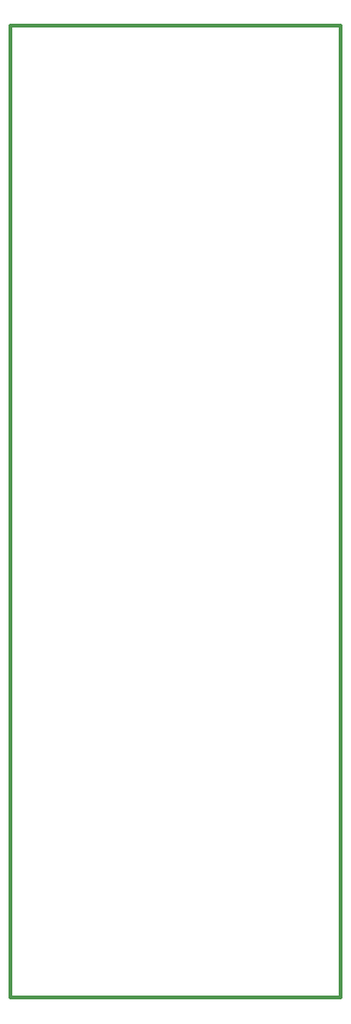
<source format=gbp>
G75*
G70*
%OFA0B0*%
%FSLAX24Y24*%
%IPPOS*%
%LPD*%
%AMOC8*
5,1,8,0,0,1.08239X$1,22.5*
%
%ADD10C,0.0120*%
D10*
X000503Y000170D02*
X012157Y000170D01*
X012157Y034344D01*
X000503Y034344D01*
X000503Y000170D01*
M02*

</source>
